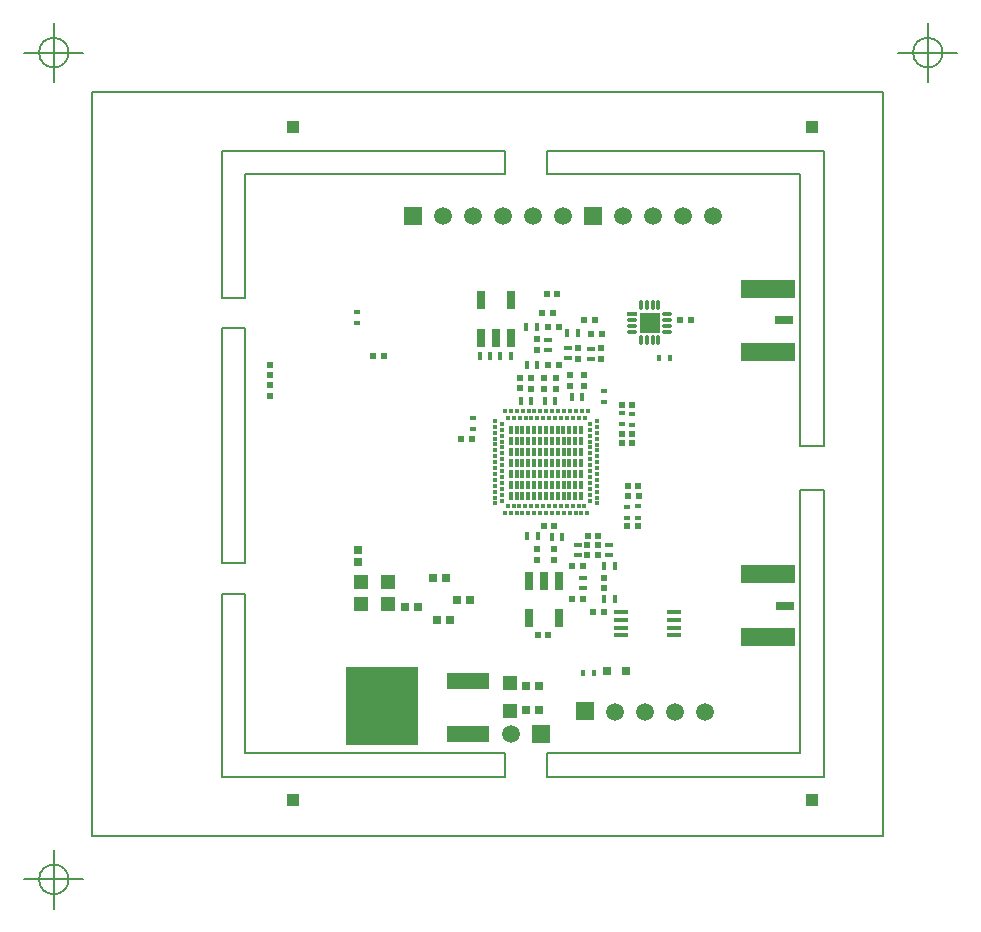
<source format=gtp>
G04 (created by PCBNEW-RS274X (2012-08-04 BZR 3667)-testing) date 10/19/2012 7:17:05 PM*
%MOIN*%
G04 Gerber Fmt 3.4, Leading zero omitted, Abs format*
%FSLAX34Y34*%
G01*
G70*
G90*
G04 APERTURE LIST*
%ADD10C,0.0017*%
%ADD11C,0.0059*%
%ADD12C,0.0077*%
%ADD13R,0.0392X0.0392*%
%ADD14R,0.0472X0.051*%
%ADD15R,0.051X0.0472*%
%ADD16R,0.0195X0.0175*%
%ADD17R,0.0175X0.0195*%
%ADD18R,0.0259X0.014*%
%ADD19R,0.014X0.0259*%
%ADD20R,0.0275X0.0314*%
%ADD21R,0.0314X0.0275*%
%ADD22R,0.0195X0.0195*%
%ADD23R,0.1417X0.055*%
%ADD24R,0.244X0.2598*%
%ADD25R,0.0314X0.0314*%
%ADD26R,0.1849X0.0589*%
%ADD27R,0.0589X0.0275*%
%ADD28C,0.0597*%
%ADD29R,0.0597X0.0597*%
%ADD30R,0.0472X0.015*%
%ADD31O,0.0472X0.015*%
%ADD32R,0.0299X0.0649*%
%ADD33R,0.0669X0.0669*%
%ADD34O,0.0117X0.0335*%
%ADD35O,0.0122X0.0335*%
%ADD36O,0.0118X0.0335*%
%ADD37O,0.0335X0.0118*%
%ADD38R,0.0335X0.0118*%
%ADD39O,0.0335X0.0122*%
%ADD40R,0.0117X0.0275*%
%ADD41R,0.0117X0.0117*%
%ADD42R,0.0117X0.0177*%
%ADD43R,0.0177X0.0117*%
G04 APERTURE END LIST*
G54D10*
G54D11*
X41831Y-53937D02*
G75*
G03X41831Y-53937I-492J0D01*
G74*
G01*
X40355Y-53937D02*
X42323Y-53937D01*
X41339Y-52953D02*
X41339Y-54921D01*
X70964Y-26378D02*
G75*
G03X70964Y-26378I-492J0D01*
G74*
G01*
X69488Y-26378D02*
X71456Y-26378D01*
X70472Y-25394D02*
X70472Y-27362D01*
X41831Y-26378D02*
G75*
G03X41831Y-26378I-492J0D01*
G74*
G01*
X40355Y-26378D02*
X42323Y-26378D01*
X41339Y-25394D02*
X41339Y-27362D01*
G54D12*
X42606Y-52483D02*
X42606Y-27680D01*
X68983Y-52483D02*
X42606Y-52483D01*
X68983Y-27680D02*
X68983Y-52483D01*
X42606Y-27680D02*
X68983Y-27680D01*
X66228Y-30437D02*
X66228Y-39492D01*
X57764Y-30437D02*
X66228Y-30437D01*
X57764Y-29650D02*
X57764Y-30437D01*
X67016Y-29650D02*
X57764Y-29650D01*
X67016Y-39492D02*
X67016Y-29650D01*
X66228Y-39492D02*
X67016Y-39492D01*
X57764Y-50515D02*
X57764Y-49728D01*
X67016Y-50515D02*
X57764Y-50515D01*
X67016Y-40948D02*
X67016Y-50515D01*
X66228Y-40948D02*
X67016Y-40948D01*
X66228Y-49728D02*
X66228Y-40948D01*
X57764Y-49728D02*
X66228Y-49728D01*
X46936Y-50515D02*
X46936Y-44413D01*
X56386Y-50515D02*
X46936Y-50515D01*
X56386Y-49728D02*
X56386Y-50515D01*
X47724Y-49728D02*
X56386Y-49728D01*
X47724Y-44413D02*
X47724Y-49728D01*
X46936Y-44413D02*
X47724Y-44413D01*
X46936Y-43390D02*
X46936Y-35555D01*
X47724Y-43390D02*
X46936Y-43390D01*
X47724Y-35555D02*
X47724Y-43390D01*
X46936Y-35555D02*
X47724Y-35555D01*
X47724Y-30437D02*
X47724Y-34570D01*
X46936Y-34570D02*
X47724Y-34570D01*
X46936Y-29648D02*
X46936Y-34570D01*
X46936Y-29648D02*
X56384Y-29648D01*
X56384Y-29648D02*
X56384Y-30437D01*
X47724Y-30437D02*
X56384Y-30437D01*
G54D13*
X49299Y-51303D03*
X49299Y-51303D03*
X66622Y-51303D03*
X66622Y-51303D03*
X66621Y-28862D03*
X66621Y-28862D03*
G54D14*
X56532Y-48310D03*
X56532Y-47406D03*
G54D15*
X51568Y-44036D03*
X52472Y-44036D03*
X51568Y-44772D03*
X52472Y-44772D03*
G54D16*
X51445Y-35036D03*
X51445Y-35406D03*
G54D17*
X61870Y-36559D03*
X61500Y-36559D03*
G54D16*
X60461Y-41890D03*
X60461Y-41520D03*
X55299Y-38559D03*
X55299Y-38929D03*
X60827Y-41504D03*
X60827Y-41874D03*
X60618Y-38784D03*
X60618Y-38414D03*
X60264Y-38402D03*
X60264Y-38772D03*
X59665Y-38024D03*
X59665Y-37654D03*
G54D18*
X58799Y-43133D03*
X58799Y-42793D03*
X57825Y-35952D03*
X57825Y-36292D03*
X59843Y-43123D03*
X59843Y-42783D03*
G54D19*
X58800Y-35740D03*
X58460Y-35740D03*
X57442Y-36787D03*
X57102Y-36787D03*
G54D18*
X58472Y-36568D03*
X58472Y-36228D03*
G54D19*
X57434Y-35512D03*
X57094Y-35512D03*
X58957Y-37870D03*
X58617Y-37870D03*
G54D18*
X59252Y-36247D03*
X59252Y-36587D03*
G54D19*
X58296Y-42520D03*
X57956Y-42520D03*
X57123Y-42500D03*
X57463Y-42500D03*
X59692Y-44606D03*
X60032Y-44606D03*
G54D18*
X58976Y-44225D03*
X58976Y-43885D03*
G54D19*
X59692Y-43484D03*
X60032Y-43484D03*
X57237Y-37984D03*
X56897Y-37984D03*
X56568Y-36500D03*
X56228Y-36500D03*
X55550Y-36496D03*
X55890Y-36496D03*
X58044Y-37992D03*
X57704Y-37992D03*
G54D20*
X57078Y-47500D03*
X57508Y-47500D03*
X57088Y-48284D03*
X57518Y-48284D03*
X54542Y-45276D03*
X54112Y-45276D03*
G54D21*
X51469Y-43372D03*
X51469Y-42943D03*
G54D20*
X53057Y-44851D03*
X53487Y-44851D03*
X55215Y-44638D03*
X54785Y-44638D03*
X53990Y-43882D03*
X54420Y-43882D03*
G54D22*
X59016Y-35305D03*
X59370Y-35305D03*
X59327Y-45031D03*
X59681Y-45031D03*
X58976Y-44606D03*
X58622Y-44606D03*
X59693Y-43878D03*
X59693Y-44232D03*
X58976Y-43504D03*
X58622Y-43504D03*
X59124Y-42776D03*
X59124Y-43130D03*
X59488Y-42776D03*
X59488Y-43130D03*
X59130Y-42477D03*
X59484Y-42477D03*
X59577Y-36584D03*
X59577Y-36230D03*
X57469Y-45799D03*
X57823Y-45799D03*
X57622Y-35059D03*
X57976Y-35059D03*
X58004Y-42933D03*
X58004Y-43287D03*
X57461Y-42933D03*
X57461Y-43287D03*
X57667Y-42165D03*
X58021Y-42165D03*
X59012Y-37480D03*
X59012Y-37126D03*
X59248Y-35744D03*
X59602Y-35744D03*
X58799Y-36575D03*
X58799Y-36221D03*
X57441Y-36289D03*
X57441Y-35935D03*
X51976Y-36496D03*
X52330Y-36496D03*
X57825Y-35522D03*
X58179Y-35522D03*
X58071Y-37579D03*
X58071Y-37225D03*
X57677Y-37579D03*
X57677Y-37225D03*
X57260Y-37575D03*
X57260Y-37221D03*
X57825Y-36781D03*
X58179Y-36781D03*
X57764Y-34433D03*
X58118Y-34433D03*
X56874Y-37567D03*
X56874Y-37213D03*
X58547Y-37480D03*
X58547Y-37126D03*
X62217Y-35299D03*
X62571Y-35299D03*
X48532Y-37130D03*
X48532Y-36776D03*
X48532Y-37457D03*
X48532Y-37811D03*
X60264Y-38110D03*
X60618Y-38110D03*
X60268Y-39083D03*
X60622Y-39083D03*
X60264Y-39406D03*
X60618Y-39406D03*
X60473Y-40831D03*
X60827Y-40831D03*
X60461Y-42173D03*
X60815Y-42173D03*
X55283Y-39252D03*
X54929Y-39252D03*
X60481Y-41173D03*
X60835Y-41173D03*
G54D23*
X55145Y-49107D03*
G54D24*
X52271Y-48173D03*
G54D23*
X55145Y-47309D03*
G54D17*
X59347Y-47051D03*
X58977Y-47051D03*
G54D25*
X60421Y-46992D03*
X59791Y-46992D03*
G54D13*
X49299Y-28862D03*
X49299Y-28862D03*
G54D26*
X65161Y-43763D03*
X65161Y-45867D03*
G54D27*
X65711Y-44815D03*
G54D26*
X65145Y-34246D03*
X65145Y-36350D03*
G54D27*
X65695Y-35298D03*
G54D28*
X58307Y-31834D03*
X57307Y-31834D03*
X56307Y-31834D03*
X55307Y-31834D03*
G54D29*
X53307Y-31814D03*
G54D28*
X54307Y-31834D03*
G54D29*
X57576Y-49079D03*
G54D28*
X56576Y-49079D03*
G54D30*
X62005Y-45800D03*
G54D31*
X62005Y-45543D03*
X62005Y-45289D03*
X62005Y-45032D03*
X60235Y-45032D03*
X60235Y-45289D03*
X60235Y-45543D03*
X60235Y-45800D03*
G54D32*
X57164Y-43981D03*
X57664Y-43981D03*
X58164Y-43981D03*
X58164Y-45232D03*
X57164Y-45232D03*
G54D33*
X61200Y-35379D03*
G54D34*
X61298Y-34799D03*
G54D35*
X61102Y-34799D03*
G54D34*
X60905Y-34799D03*
G54D35*
X61495Y-34799D03*
X61102Y-35959D03*
G54D36*
X60905Y-35960D03*
X61298Y-35960D03*
X61495Y-35960D03*
G54D37*
X60619Y-35281D03*
G54D38*
X60619Y-35084D03*
G54D37*
X60619Y-35477D03*
X60619Y-35674D03*
G54D39*
X61780Y-35281D03*
G54D37*
X61781Y-35084D03*
X61781Y-35477D03*
X61781Y-35674D03*
G54D32*
X56579Y-35874D03*
X56079Y-35874D03*
X55579Y-35874D03*
X55579Y-34623D03*
X56579Y-34623D03*
G54D40*
X58133Y-41147D03*
X58133Y-40782D03*
X58133Y-40414D03*
X58133Y-40050D03*
X58133Y-39679D03*
X58133Y-39314D03*
X58133Y-38947D03*
X58328Y-38947D03*
X58330Y-39314D03*
X58330Y-39679D03*
X58330Y-40050D03*
X58330Y-40414D03*
X58330Y-40782D03*
X58330Y-41147D03*
X58718Y-41147D03*
X58718Y-40782D03*
X58718Y-40414D03*
X58718Y-40050D03*
X58718Y-39679D03*
X58718Y-39314D03*
X58718Y-38947D03*
X58521Y-38947D03*
X58521Y-39314D03*
X58521Y-39679D03*
X58521Y-40050D03*
X58521Y-40414D03*
X58521Y-40782D03*
X58521Y-41147D03*
X58916Y-38947D03*
X58916Y-39314D03*
X58916Y-39679D03*
X58916Y-40050D03*
X58916Y-40414D03*
X58916Y-40782D03*
X58916Y-41147D03*
X57353Y-41147D03*
X57353Y-40782D03*
X57353Y-40414D03*
X57353Y-40050D03*
X57353Y-39679D03*
X57353Y-39314D03*
X57353Y-38947D03*
X57548Y-38947D03*
X57550Y-39314D03*
X57550Y-39679D03*
X57550Y-40050D03*
X57550Y-40414D03*
X57550Y-40782D03*
X57550Y-41147D03*
X57938Y-41147D03*
X57938Y-40782D03*
X57938Y-40414D03*
X57938Y-40050D03*
X57938Y-39679D03*
X57938Y-39314D03*
X57938Y-38947D03*
X57741Y-38947D03*
X57741Y-39314D03*
X57741Y-39679D03*
X57741Y-40050D03*
X57741Y-40414D03*
X57741Y-40782D03*
X57741Y-41147D03*
X56958Y-41147D03*
X56958Y-40782D03*
X56958Y-40414D03*
X56958Y-40050D03*
X56958Y-39679D03*
X56958Y-39314D03*
X56958Y-38947D03*
X57155Y-38947D03*
X57156Y-39314D03*
X57156Y-39679D03*
X57156Y-40050D03*
X57156Y-40414D03*
X57156Y-40782D03*
X57156Y-41147D03*
X56766Y-41147D03*
X56766Y-40782D03*
X56766Y-40414D03*
X56766Y-40050D03*
X56766Y-39679D03*
X56766Y-39314D03*
X56766Y-38947D03*
G54D41*
X58836Y-38554D03*
X59033Y-38554D03*
X58638Y-38554D03*
X58441Y-38554D03*
X58245Y-38554D03*
X58048Y-38554D03*
X57851Y-38554D03*
X57655Y-38554D03*
X57458Y-38554D03*
X57260Y-38554D03*
X57063Y-38554D03*
X56866Y-38554D03*
X56671Y-38554D03*
G54D42*
X59130Y-38330D03*
X58933Y-38330D03*
X58738Y-38330D03*
X58541Y-38330D03*
X58343Y-38330D03*
X58146Y-38330D03*
X57950Y-38330D03*
X57753Y-38330D03*
X57556Y-38330D03*
X57360Y-38330D03*
X57163Y-38330D03*
X56966Y-38330D03*
X56768Y-38330D03*
X56571Y-38330D03*
G54D41*
X56473Y-38554D03*
G54D43*
X59453Y-38653D03*
G54D41*
X59228Y-38753D03*
G54D43*
X59453Y-38852D03*
X59453Y-39048D03*
X59453Y-39245D03*
X59453Y-39442D03*
X59453Y-39638D03*
X59451Y-39835D03*
X59453Y-40032D03*
X59453Y-40228D03*
X59453Y-40427D03*
X59453Y-40622D03*
X59453Y-40820D03*
X59453Y-41017D03*
X59453Y-41212D03*
X59453Y-41400D03*
G54D41*
X59228Y-38950D03*
X59228Y-39145D03*
X59228Y-39343D03*
X59228Y-39540D03*
X59228Y-39737D03*
X59228Y-39933D03*
X59228Y-40132D03*
X59228Y-40327D03*
X59228Y-40523D03*
X59228Y-40722D03*
X59228Y-40918D03*
X59228Y-41312D03*
X59228Y-41115D03*
X58830Y-41505D03*
X59026Y-41505D03*
X58633Y-41505D03*
X58436Y-41505D03*
X58238Y-41505D03*
X58043Y-41505D03*
X57846Y-41505D03*
X57648Y-41505D03*
X57451Y-41505D03*
X57255Y-41505D03*
X57058Y-41505D03*
X56860Y-41505D03*
X56665Y-41505D03*
G54D42*
X59123Y-41730D03*
X58926Y-41730D03*
X58731Y-41730D03*
X58535Y-41730D03*
X58338Y-41730D03*
X58141Y-41730D03*
X57943Y-41730D03*
X57746Y-41730D03*
X57550Y-41729D03*
X57353Y-41730D03*
X57156Y-41730D03*
X56960Y-41730D03*
X56763Y-41730D03*
X56566Y-41730D03*
G54D41*
X56468Y-41505D03*
G54D42*
X56368Y-41730D03*
X56374Y-38330D03*
G54D43*
X56051Y-38652D03*
G54D41*
X56276Y-38751D03*
G54D43*
X56051Y-38849D03*
X56051Y-39046D03*
X56051Y-39243D03*
X56051Y-39440D03*
X56051Y-39637D03*
X56051Y-39833D03*
X56051Y-40030D03*
X56051Y-40227D03*
X56051Y-40424D03*
X56051Y-40621D03*
X56051Y-40818D03*
X56051Y-41015D03*
X56051Y-41210D03*
X56051Y-41407D03*
G54D41*
X56276Y-38948D03*
X56276Y-39144D03*
X56276Y-39341D03*
X56276Y-39538D03*
X56276Y-39735D03*
X56276Y-39932D03*
X56276Y-40129D03*
X56276Y-40326D03*
X56276Y-40522D03*
X56276Y-40719D03*
X56276Y-40916D03*
X56276Y-41310D03*
X56276Y-41113D03*
G54D40*
X56570Y-38947D03*
X56570Y-39314D03*
X56570Y-39679D03*
X56570Y-40050D03*
X56570Y-40414D03*
X56570Y-40782D03*
X56570Y-41147D03*
G54D28*
X63314Y-31834D03*
X62314Y-31834D03*
X61314Y-31834D03*
G54D29*
X59314Y-31814D03*
G54D28*
X60314Y-31834D03*
X63043Y-48350D03*
X62043Y-48350D03*
X61043Y-48350D03*
G54D29*
X59043Y-48330D03*
G54D28*
X60043Y-48350D03*
M02*

</source>
